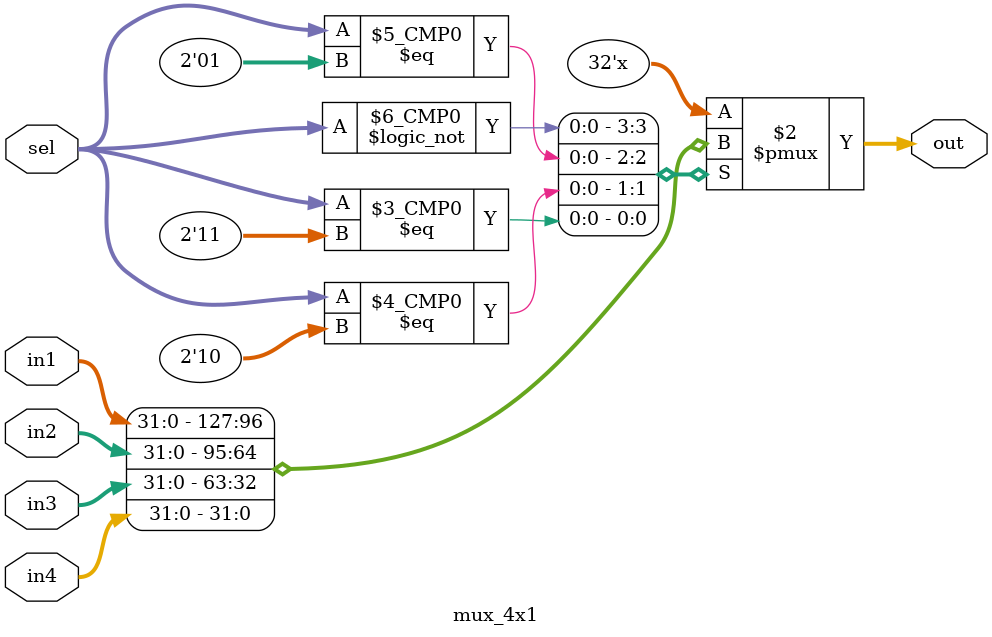
<source format=v>
`timescale 1ns / 1ps

/*******************************************************************
*
* Module: Datapath.v
* Project: Pipelined-RISCV
* Author1: Yahya Abbas.
* Email: yahya-abbas@aucegypt.edu
* Author2: Ali Ghazal.
* Email: AliGhazal@aucegypt.edu
* Author3: Omer Hassan.
* Email: omermosa@aucegypt.edu
* Description: Pipelined RISCV processor with support for RV32IC instructions that map to true 32I instructions
*              and support for the full RV32IM instruction set.
* Change history:
**********************************************************************/

module mux_4x1(
    input [31:0] in1, 
    input [31:0] in2, 
    input [31:0] in3, 
    input [31:0] in4, 
    input [1:0] sel, 
    output reg [31:0] out);

always @ (*) begin
    case (sel)
    2'b00: begin out = in1; end
    2'b01: begin out = in2; end
    2'b10: begin out = in3; end
    2'b11: begin out = in4; end
    endcase
end 

endmodule

</source>
